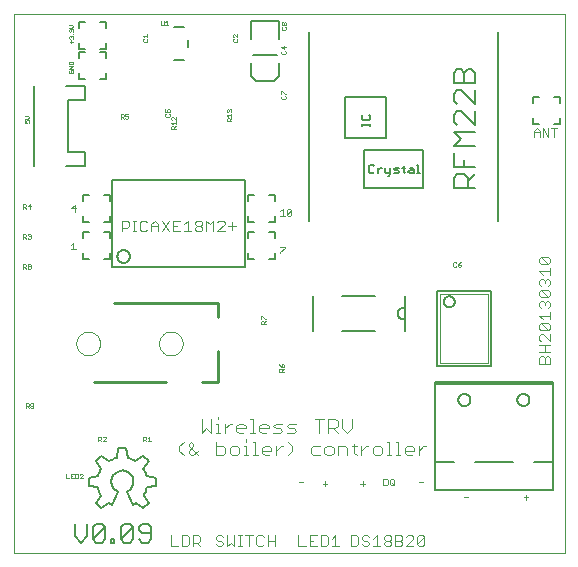
<source format=gto>
G75*
G70*
%OFA0B0*%
%FSLAX24Y24*%
%IPPOS*%
%LPD*%
%AMOC8*
5,1,8,0,0,1.08239X$1,22.5*
%
%ADD10C,0.0000*%
%ADD11C,0.0040*%
%ADD12C,0.0050*%
%ADD13C,0.0030*%
%ADD14C,0.0020*%
%ADD15C,0.0010*%
%ADD16C,0.0080*%
%ADD17C,0.0100*%
%ADD18C,0.0060*%
D10*
X000180Y000180D02*
X000180Y018176D01*
X018550Y018176D01*
X018550Y000180D01*
X000180Y000180D01*
X002264Y007180D02*
X002266Y007219D01*
X002272Y007258D01*
X002282Y007296D01*
X002295Y007333D01*
X002312Y007368D01*
X002332Y007402D01*
X002356Y007433D01*
X002383Y007462D01*
X002412Y007488D01*
X002444Y007511D01*
X002478Y007531D01*
X002514Y007547D01*
X002551Y007559D01*
X002590Y007568D01*
X002629Y007573D01*
X002668Y007574D01*
X002707Y007571D01*
X002746Y007564D01*
X002783Y007553D01*
X002820Y007539D01*
X002855Y007521D01*
X002888Y007500D01*
X002919Y007475D01*
X002947Y007448D01*
X002972Y007418D01*
X002994Y007385D01*
X003013Y007351D01*
X003028Y007315D01*
X003040Y007277D01*
X003048Y007239D01*
X003052Y007200D01*
X003052Y007160D01*
X003048Y007121D01*
X003040Y007083D01*
X003028Y007045D01*
X003013Y007009D01*
X002994Y006975D01*
X002972Y006942D01*
X002947Y006912D01*
X002919Y006885D01*
X002888Y006860D01*
X002855Y006839D01*
X002820Y006821D01*
X002783Y006807D01*
X002746Y006796D01*
X002707Y006789D01*
X002668Y006786D01*
X002629Y006787D01*
X002590Y006792D01*
X002551Y006801D01*
X002514Y006813D01*
X002478Y006829D01*
X002444Y006849D01*
X002412Y006872D01*
X002383Y006898D01*
X002356Y006927D01*
X002332Y006958D01*
X002312Y006992D01*
X002295Y007027D01*
X002282Y007064D01*
X002272Y007102D01*
X002266Y007141D01*
X002264Y007180D01*
X005020Y007180D02*
X005022Y007219D01*
X005028Y007258D01*
X005038Y007296D01*
X005051Y007333D01*
X005068Y007368D01*
X005088Y007402D01*
X005112Y007433D01*
X005139Y007462D01*
X005168Y007488D01*
X005200Y007511D01*
X005234Y007531D01*
X005270Y007547D01*
X005307Y007559D01*
X005346Y007568D01*
X005385Y007573D01*
X005424Y007574D01*
X005463Y007571D01*
X005502Y007564D01*
X005539Y007553D01*
X005576Y007539D01*
X005611Y007521D01*
X005644Y007500D01*
X005675Y007475D01*
X005703Y007448D01*
X005728Y007418D01*
X005750Y007385D01*
X005769Y007351D01*
X005784Y007315D01*
X005796Y007277D01*
X005804Y007239D01*
X005808Y007200D01*
X005808Y007160D01*
X005804Y007121D01*
X005796Y007083D01*
X005784Y007045D01*
X005769Y007009D01*
X005750Y006975D01*
X005728Y006942D01*
X005703Y006912D01*
X005675Y006885D01*
X005644Y006860D01*
X005611Y006839D01*
X005576Y006821D01*
X005539Y006807D01*
X005502Y006796D01*
X005463Y006789D01*
X005424Y006786D01*
X005385Y006787D01*
X005346Y006792D01*
X005307Y006801D01*
X005270Y006813D01*
X005234Y006829D01*
X005200Y006849D01*
X005168Y006872D01*
X005139Y006898D01*
X005112Y006927D01*
X005088Y006958D01*
X005068Y006992D01*
X005051Y007027D01*
X005038Y007064D01*
X005028Y007102D01*
X005022Y007141D01*
X005020Y007180D01*
D11*
X006450Y004660D02*
X006450Y004200D01*
X006603Y004353D01*
X006757Y004200D01*
X006757Y004660D01*
X006910Y004507D02*
X006987Y004507D01*
X006987Y004200D01*
X006910Y004200D02*
X007064Y004200D01*
X007217Y004200D02*
X007217Y004507D01*
X007217Y004353D02*
X007371Y004507D01*
X007448Y004507D01*
X007601Y004430D02*
X007601Y004277D01*
X007678Y004200D01*
X007831Y004200D01*
X007908Y004353D02*
X007601Y004353D01*
X007601Y004430D02*
X007678Y004507D01*
X007831Y004507D01*
X007908Y004430D01*
X007908Y004353D01*
X008061Y004200D02*
X008215Y004200D01*
X008138Y004200D02*
X008138Y004660D01*
X008061Y004660D01*
X008368Y004430D02*
X008368Y004277D01*
X008445Y004200D01*
X008598Y004200D01*
X008675Y004353D02*
X008368Y004353D01*
X008368Y004430D02*
X008445Y004507D01*
X008598Y004507D01*
X008675Y004430D01*
X008675Y004353D01*
X008829Y004430D02*
X008905Y004507D01*
X009136Y004507D01*
X009289Y004430D02*
X009366Y004353D01*
X009519Y004353D01*
X009596Y004277D01*
X009519Y004200D01*
X009289Y004200D01*
X009136Y004277D02*
X009059Y004353D01*
X008905Y004353D01*
X008829Y004430D01*
X008829Y004200D02*
X009059Y004200D01*
X009136Y004277D01*
X009289Y004430D02*
X009366Y004507D01*
X009596Y004507D01*
X009306Y003910D02*
X009460Y003757D01*
X009460Y003603D01*
X009306Y003450D01*
X009153Y003757D02*
X009076Y003757D01*
X008923Y003603D01*
X008923Y003450D02*
X008923Y003757D01*
X008769Y003680D02*
X008769Y003603D01*
X008462Y003603D01*
X008462Y003527D02*
X008462Y003680D01*
X008539Y003757D01*
X008693Y003757D01*
X008769Y003680D01*
X008693Y003450D02*
X008539Y003450D01*
X008462Y003527D01*
X008309Y003450D02*
X008155Y003450D01*
X008232Y003450D02*
X008232Y003910D01*
X008155Y003910D01*
X007925Y003910D02*
X007925Y003987D01*
X007925Y003757D02*
X007848Y003757D01*
X007925Y003757D02*
X007925Y003450D01*
X007848Y003450D02*
X008002Y003450D01*
X007695Y003527D02*
X007695Y003680D01*
X007618Y003757D01*
X007465Y003757D01*
X007388Y003680D01*
X007388Y003527D01*
X007465Y003450D01*
X007618Y003450D01*
X007695Y003527D01*
X007235Y003527D02*
X007235Y003680D01*
X007158Y003757D01*
X006928Y003757D01*
X006928Y003910D02*
X006928Y003450D01*
X007158Y003450D01*
X007235Y003527D01*
X006314Y003603D02*
X006160Y003450D01*
X006084Y003450D01*
X006007Y003527D01*
X006007Y003603D01*
X006160Y003757D01*
X006160Y003834D01*
X006084Y003910D01*
X006007Y003834D01*
X006007Y003757D01*
X006314Y003450D01*
X005853Y003450D02*
X005700Y003603D01*
X005700Y003757D01*
X005853Y003910D01*
X006987Y004660D02*
X006987Y004737D01*
X010074Y003680D02*
X010074Y003527D01*
X010150Y003450D01*
X010381Y003450D01*
X010534Y003527D02*
X010611Y003450D01*
X010764Y003450D01*
X010841Y003527D01*
X010841Y003680D01*
X010764Y003757D01*
X010611Y003757D01*
X010534Y003680D01*
X010534Y003527D01*
X010381Y003757D02*
X010150Y003757D01*
X010074Y003680D01*
X010363Y004200D02*
X010363Y004660D01*
X010210Y004660D02*
X010517Y004660D01*
X010670Y004660D02*
X010900Y004660D01*
X010977Y004584D01*
X010977Y004430D01*
X010900Y004353D01*
X010670Y004353D01*
X010670Y004200D02*
X010670Y004660D01*
X010824Y004353D02*
X010977Y004200D01*
X011131Y004353D02*
X011284Y004200D01*
X011438Y004353D01*
X011438Y004660D01*
X011131Y004660D02*
X011131Y004353D01*
X011225Y003757D02*
X010995Y003757D01*
X010995Y003450D01*
X011301Y003450D02*
X011301Y003680D01*
X011225Y003757D01*
X011455Y003757D02*
X011608Y003757D01*
X011532Y003834D02*
X011532Y003527D01*
X011608Y003450D01*
X011762Y003450D02*
X011762Y003757D01*
X011915Y003757D02*
X011762Y003603D01*
X011915Y003757D02*
X011992Y003757D01*
X012145Y003680D02*
X012145Y003527D01*
X012222Y003450D01*
X012376Y003450D01*
X012452Y003527D01*
X012452Y003680D01*
X012376Y003757D01*
X012222Y003757D01*
X012145Y003680D01*
X012606Y003450D02*
X012759Y003450D01*
X012683Y003450D02*
X012683Y003910D01*
X012606Y003910D01*
X012913Y003910D02*
X012990Y003910D01*
X012990Y003450D01*
X013066Y003450D02*
X012913Y003450D01*
X013220Y003527D02*
X013220Y003680D01*
X013296Y003757D01*
X013450Y003757D01*
X013527Y003680D01*
X013527Y003603D01*
X013220Y003603D01*
X013220Y003527D02*
X013296Y003450D01*
X013450Y003450D01*
X013680Y003450D02*
X013680Y003757D01*
X013680Y003603D02*
X013834Y003757D01*
X013910Y003757D01*
X013810Y000780D02*
X013690Y000780D01*
X013630Y000720D01*
X013630Y000480D01*
X013870Y000720D01*
X013870Y000480D01*
X013810Y000420D01*
X013690Y000420D01*
X013630Y000480D01*
X013502Y000420D02*
X013262Y000420D01*
X013502Y000660D01*
X013502Y000720D01*
X013442Y000780D01*
X013322Y000780D01*
X013262Y000720D01*
X013133Y000720D02*
X013073Y000780D01*
X012893Y000780D01*
X012893Y000420D01*
X013073Y000420D01*
X013133Y000480D01*
X013133Y000540D01*
X013073Y000600D01*
X012893Y000600D01*
X012765Y000540D02*
X012765Y000480D01*
X012705Y000420D01*
X012585Y000420D01*
X012525Y000480D01*
X012525Y000540D01*
X012585Y000600D01*
X012705Y000600D01*
X012765Y000540D01*
X012705Y000600D02*
X012765Y000660D01*
X012765Y000720D01*
X012705Y000780D01*
X012585Y000780D01*
X012525Y000720D01*
X012525Y000660D01*
X012585Y000600D01*
X012397Y000420D02*
X012157Y000420D01*
X012277Y000420D02*
X012277Y000780D01*
X012157Y000660D01*
X012029Y000720D02*
X011968Y000780D01*
X011848Y000780D01*
X011788Y000720D01*
X011788Y000660D01*
X011848Y000600D01*
X011968Y000600D01*
X012029Y000540D01*
X012029Y000480D01*
X011968Y000420D01*
X011848Y000420D01*
X011788Y000480D01*
X011660Y000480D02*
X011660Y000720D01*
X011600Y000780D01*
X011420Y000780D01*
X011420Y000420D01*
X011600Y000420D01*
X011660Y000480D01*
X011015Y000420D02*
X010775Y000420D01*
X010895Y000420D02*
X010895Y000780D01*
X010775Y000660D01*
X010647Y000720D02*
X010647Y000480D01*
X010587Y000420D01*
X010407Y000420D01*
X010407Y000780D01*
X010587Y000780D01*
X010647Y000720D01*
X010279Y000780D02*
X010038Y000780D01*
X010038Y000420D01*
X010279Y000420D01*
X010158Y000600D02*
X010038Y000600D01*
X009910Y000420D02*
X009670Y000420D01*
X009670Y000780D01*
X008879Y000780D02*
X008879Y000420D01*
X008879Y000600D02*
X008639Y000600D01*
X008511Y000480D02*
X008451Y000420D01*
X008331Y000420D01*
X008270Y000480D01*
X008270Y000720D01*
X008331Y000780D01*
X008451Y000780D01*
X008511Y000720D01*
X008639Y000780D02*
X008639Y000420D01*
X008142Y000780D02*
X007902Y000780D01*
X008022Y000780D02*
X008022Y000420D01*
X007777Y000420D02*
X007657Y000420D01*
X007717Y000420D02*
X007717Y000780D01*
X007657Y000780D02*
X007777Y000780D01*
X007529Y000780D02*
X007529Y000420D01*
X007408Y000540D01*
X007288Y000420D01*
X007288Y000780D01*
X007160Y000720D02*
X007100Y000780D01*
X006980Y000780D01*
X006920Y000720D01*
X006920Y000660D01*
X006980Y000600D01*
X007100Y000600D01*
X007160Y000540D01*
X007160Y000480D01*
X007100Y000420D01*
X006980Y000420D01*
X006920Y000480D01*
X006397Y000420D02*
X006277Y000540D01*
X006337Y000540D02*
X006157Y000540D01*
X006157Y000420D02*
X006157Y000780D01*
X006337Y000780D01*
X006397Y000720D01*
X006397Y000600D01*
X006337Y000540D01*
X006029Y000480D02*
X006029Y000720D01*
X005968Y000780D01*
X005788Y000780D01*
X005788Y000420D01*
X005968Y000420D01*
X006029Y000480D01*
X005660Y000420D02*
X005420Y000420D01*
X005420Y000780D01*
X013073Y000600D02*
X013133Y000660D01*
X013133Y000720D01*
X013810Y000780D02*
X013870Y000720D01*
X007452Y010975D02*
X007452Y011215D01*
X007332Y011095D02*
X007572Y011095D01*
X007204Y011155D02*
X007204Y011215D01*
X007144Y011275D01*
X007023Y011275D01*
X006963Y011215D01*
X006835Y011275D02*
X006835Y010915D01*
X006963Y010915D02*
X007204Y011155D01*
X007204Y010915D02*
X006963Y010915D01*
X006715Y011155D02*
X006835Y011275D01*
X006715Y011155D02*
X006595Y011275D01*
X006595Y010915D01*
X006467Y010975D02*
X006407Y010915D01*
X006287Y010915D01*
X006227Y010975D01*
X006227Y011035D01*
X006287Y011095D01*
X006407Y011095D01*
X006467Y011035D01*
X006467Y010975D01*
X006407Y011095D02*
X006467Y011155D01*
X006467Y011215D01*
X006407Y011275D01*
X006287Y011275D01*
X006227Y011215D01*
X006227Y011155D01*
X006287Y011095D01*
X006099Y010915D02*
X005858Y010915D01*
X005979Y010915D02*
X005979Y011275D01*
X005858Y011155D01*
X005730Y011275D02*
X005490Y011275D01*
X005490Y010915D01*
X005730Y010915D01*
X005610Y011095D02*
X005490Y011095D01*
X005362Y010915D02*
X005122Y011275D01*
X004994Y011155D02*
X004994Y010915D01*
X005122Y010915D02*
X005362Y011275D01*
X004994Y011155D02*
X004874Y011275D01*
X004753Y011155D01*
X004753Y010915D01*
X004625Y010975D02*
X004565Y010915D01*
X004445Y010915D01*
X004385Y010975D01*
X004385Y011215D01*
X004445Y011275D01*
X004565Y011275D01*
X004625Y011215D01*
X004753Y011095D02*
X004994Y011095D01*
X004260Y010915D02*
X004140Y010915D01*
X004200Y010915D02*
X004200Y011275D01*
X004140Y011275D02*
X004260Y011275D01*
X004012Y011215D02*
X004012Y011095D01*
X003951Y011035D01*
X003771Y011035D01*
X003771Y010915D02*
X003771Y011275D01*
X003951Y011275D01*
X004012Y011215D01*
D12*
X008155Y016780D02*
X008955Y016780D01*
X011787Y014750D02*
X011787Y014662D01*
X011832Y014617D01*
X012008Y014617D01*
X012053Y014662D01*
X012053Y014750D01*
X012008Y014794D01*
X011832Y014794D02*
X011787Y014750D01*
X011787Y014512D02*
X011787Y014424D01*
X011787Y014468D02*
X012053Y014468D01*
X012053Y014424D02*
X012053Y014512D01*
X012068Y013125D02*
X012024Y013081D01*
X012024Y012904D01*
X012068Y012860D01*
X012156Y012860D01*
X012201Y012904D01*
X012314Y012860D02*
X012314Y013037D01*
X012402Y013037D02*
X012447Y013037D01*
X012402Y013037D02*
X012314Y012949D01*
X012201Y013081D02*
X012156Y013125D01*
X012068Y013125D01*
X012556Y013037D02*
X012556Y012904D01*
X012600Y012860D01*
X012732Y012860D01*
X012732Y012816D02*
X012688Y012772D01*
X012644Y012772D01*
X012732Y012816D02*
X012732Y013037D01*
X012846Y012993D02*
X012890Y013037D01*
X013022Y013037D01*
X012978Y012949D02*
X012890Y012949D01*
X012846Y012993D01*
X012846Y012860D02*
X012978Y012860D01*
X013022Y012904D01*
X012978Y012949D01*
X013136Y013037D02*
X013224Y013037D01*
X013180Y013081D02*
X013180Y012904D01*
X013224Y012860D01*
X013329Y012904D02*
X013373Y012949D01*
X013506Y012949D01*
X013506Y012993D02*
X013506Y012860D01*
X013373Y012860D01*
X013329Y012904D01*
X013373Y013037D02*
X013462Y013037D01*
X013506Y012993D01*
X013619Y013125D02*
X013663Y013125D01*
X013663Y012860D01*
X013619Y012860D02*
X013707Y012860D01*
X004653Y001156D02*
X004449Y001156D01*
X004347Y001054D01*
X004347Y000952D01*
X004449Y000850D01*
X004754Y000850D01*
X004754Y000647D02*
X004754Y001054D01*
X004653Y001156D01*
X004147Y001054D02*
X004147Y000647D01*
X004045Y000545D01*
X003841Y000545D01*
X003740Y000647D01*
X004147Y001054D01*
X004045Y001156D01*
X003841Y001156D01*
X003740Y001054D01*
X003740Y000647D01*
X003537Y000647D02*
X003537Y000545D01*
X003436Y000545D01*
X003436Y000647D01*
X003537Y000647D01*
X003235Y000647D02*
X003133Y000545D01*
X002930Y000545D01*
X002828Y000647D01*
X003235Y001054D01*
X003235Y000647D01*
X003235Y001054D02*
X003133Y001156D01*
X002930Y001156D01*
X002828Y001054D01*
X002828Y000647D01*
X002627Y000749D02*
X002627Y001156D01*
X002220Y001156D02*
X002220Y000749D01*
X002424Y000545D01*
X002627Y000749D01*
X004347Y000647D02*
X004449Y000545D01*
X004653Y000545D01*
X004754Y000647D01*
D13*
X017695Y006512D02*
X017695Y006697D01*
X017756Y006759D01*
X017818Y006759D01*
X017880Y006697D01*
X017880Y006512D01*
X018065Y006512D02*
X018065Y006697D01*
X018003Y006759D01*
X017942Y006759D01*
X017880Y006697D01*
X017880Y006880D02*
X017880Y007127D01*
X017756Y007248D02*
X017695Y007310D01*
X017695Y007434D01*
X017756Y007495D01*
X017818Y007495D01*
X018065Y007248D01*
X018065Y007495D01*
X018003Y007617D02*
X017756Y007617D01*
X017695Y007679D01*
X017695Y007802D01*
X017756Y007864D01*
X018003Y007617D01*
X018065Y007679D01*
X018065Y007802D01*
X018003Y007864D01*
X017756Y007864D01*
X017818Y007985D02*
X017695Y008109D01*
X018065Y008109D01*
X018065Y008232D02*
X018065Y007985D01*
X018003Y008353D02*
X018065Y008415D01*
X018065Y008539D01*
X018003Y008600D01*
X017942Y008600D01*
X017880Y008539D01*
X017880Y008477D01*
X017880Y008539D02*
X017818Y008600D01*
X017756Y008600D01*
X017695Y008539D01*
X017695Y008415D01*
X017756Y008353D01*
X017756Y008722D02*
X017695Y008783D01*
X017695Y008907D01*
X017756Y008969D01*
X018003Y008722D01*
X018065Y008783D01*
X018065Y008907D01*
X018003Y008969D01*
X017756Y008969D01*
X017756Y009090D02*
X017695Y009152D01*
X017695Y009275D01*
X017756Y009337D01*
X017818Y009337D01*
X017880Y009275D01*
X017942Y009337D01*
X018003Y009337D01*
X018065Y009275D01*
X018065Y009152D01*
X018003Y009090D01*
X017880Y009213D02*
X017880Y009275D01*
X017818Y009458D02*
X017695Y009582D01*
X018065Y009582D01*
X018065Y009705D02*
X018065Y009458D01*
X018003Y009827D02*
X017756Y009827D01*
X017695Y009888D01*
X017695Y010012D01*
X017756Y010074D01*
X018003Y009827D01*
X018065Y009888D01*
X018065Y010012D01*
X018003Y010074D01*
X017756Y010074D01*
X017756Y008722D02*
X018003Y008722D01*
X018065Y007127D02*
X017695Y007127D01*
X017695Y006880D02*
X018065Y006880D01*
X018065Y006512D02*
X017695Y006512D01*
X017705Y014075D02*
X017705Y014268D01*
X017608Y014365D01*
X017511Y014268D01*
X017511Y014075D01*
X017511Y014220D02*
X017705Y014220D01*
X017806Y014075D02*
X017806Y014365D01*
X017999Y014075D01*
X017999Y014365D01*
X018100Y014365D02*
X018294Y014365D01*
X018197Y014365D02*
X018197Y014075D01*
D14*
X015989Y008836D02*
X014371Y008836D01*
X014371Y006524D01*
X015989Y006524D01*
X015989Y008836D01*
X012829Y002670D02*
X012756Y002670D01*
X012719Y002633D01*
X012719Y002487D01*
X012756Y002450D01*
X012829Y002450D01*
X012866Y002487D01*
X012866Y002633D01*
X012829Y002670D01*
X012792Y002523D02*
X012866Y002450D01*
X012645Y002487D02*
X012645Y002633D01*
X012608Y002670D01*
X012498Y002670D01*
X012498Y002450D01*
X012608Y002450D01*
X012645Y002487D01*
X011883Y002513D02*
X011737Y002513D01*
X011810Y002440D02*
X011810Y002587D01*
X010633Y002513D02*
X010487Y002513D01*
X010560Y002440D02*
X010560Y002587D01*
X009837Y002550D02*
X009690Y002550D01*
X013690Y002550D02*
X013837Y002550D01*
X015190Y002050D02*
X015337Y002050D01*
X017190Y002050D02*
X017337Y002050D01*
X017263Y002123D02*
X017263Y001977D01*
X009065Y010190D02*
X009065Y010227D01*
X009212Y010373D01*
X009212Y010410D01*
X009065Y010410D01*
X009065Y011440D02*
X009212Y011440D01*
X009138Y011440D02*
X009138Y011660D01*
X009065Y011587D01*
X009286Y011623D02*
X009286Y011477D01*
X009433Y011623D01*
X009433Y011477D01*
X009396Y011440D01*
X009323Y011440D01*
X009286Y011477D01*
X009286Y011623D02*
X009323Y011660D01*
X009396Y011660D01*
X009433Y011623D01*
X002241Y011685D02*
X002094Y011685D01*
X002204Y011795D01*
X002204Y011575D01*
X002167Y010545D02*
X002167Y010325D01*
X002094Y010325D02*
X002241Y010325D01*
X002094Y010472D02*
X002167Y010545D01*
X002147Y016190D02*
X002053Y016190D01*
X002030Y016213D01*
X002030Y016260D01*
X002053Y016283D01*
X002100Y016283D02*
X002100Y016237D01*
X002100Y016283D02*
X002147Y016283D01*
X002170Y016260D01*
X002170Y016213D01*
X002147Y016190D01*
X002170Y016337D02*
X002030Y016337D01*
X002170Y016431D01*
X002030Y016431D01*
X002030Y016485D02*
X002030Y016555D01*
X002053Y016578D01*
X002147Y016578D01*
X002170Y016555D01*
X002170Y016485D01*
X002030Y016485D01*
X002100Y017190D02*
X002100Y017283D01*
X002053Y017237D02*
X002147Y017237D01*
X002147Y017337D02*
X002170Y017361D01*
X002170Y017407D01*
X002147Y017431D01*
X002123Y017431D01*
X002100Y017407D01*
X002100Y017384D01*
X002100Y017407D02*
X002077Y017431D01*
X002053Y017431D01*
X002030Y017407D01*
X002030Y017361D01*
X002053Y017337D01*
X002147Y017485D02*
X002147Y017508D01*
X002170Y017508D01*
X002170Y017485D01*
X002147Y017485D01*
X002147Y017558D02*
X002170Y017582D01*
X002170Y017628D01*
X002147Y017652D01*
X002123Y017652D01*
X002100Y017628D01*
X002100Y017605D01*
X002100Y017628D02*
X002077Y017652D01*
X002053Y017652D01*
X002030Y017628D01*
X002030Y017582D01*
X002053Y017558D01*
X002030Y017706D02*
X002123Y017706D01*
X002170Y017752D01*
X002123Y017799D01*
X002030Y017799D01*
D15*
X004485Y017438D02*
X004635Y017438D01*
X004635Y017388D02*
X004635Y017488D01*
X004535Y017388D02*
X004485Y017438D01*
X004510Y017340D02*
X004485Y017315D01*
X004485Y017265D01*
X004510Y017240D01*
X004610Y017240D01*
X004635Y017265D01*
X004635Y017315D01*
X004610Y017340D01*
X005085Y017810D02*
X005110Y017785D01*
X005160Y017785D01*
X005185Y017810D01*
X005185Y017935D01*
X005232Y017885D02*
X005282Y017935D01*
X005282Y017785D01*
X005232Y017785D02*
X005332Y017785D01*
X005085Y017810D02*
X005085Y017935D01*
X007485Y017463D02*
X007485Y017413D01*
X007510Y017388D01*
X007510Y017340D02*
X007485Y017315D01*
X007485Y017265D01*
X007510Y017240D01*
X007610Y017240D01*
X007635Y017265D01*
X007635Y017315D01*
X007610Y017340D01*
X007635Y017388D02*
X007535Y017488D01*
X007510Y017488D01*
X007485Y017463D01*
X007635Y017488D02*
X007635Y017388D01*
X009104Y017665D02*
X009129Y017640D01*
X009229Y017640D01*
X009254Y017665D01*
X009254Y017715D01*
X009229Y017740D01*
X009229Y017788D02*
X009204Y017788D01*
X009179Y017813D01*
X009179Y017863D01*
X009204Y017888D01*
X009229Y017888D01*
X009254Y017863D01*
X009254Y017813D01*
X009229Y017788D01*
X009179Y017813D02*
X009154Y017788D01*
X009129Y017788D01*
X009104Y017813D01*
X009104Y017863D01*
X009129Y017888D01*
X009154Y017888D01*
X009179Y017863D01*
X009129Y017740D02*
X009104Y017715D01*
X009104Y017665D01*
X009175Y017082D02*
X009175Y016982D01*
X009100Y017057D01*
X009250Y017057D01*
X009225Y016935D02*
X009250Y016910D01*
X009250Y016860D01*
X009225Y016835D01*
X009125Y016835D01*
X009100Y016860D01*
X009100Y016910D01*
X009125Y016935D01*
X009125Y015582D02*
X009225Y015482D01*
X009250Y015482D01*
X009225Y015435D02*
X009250Y015410D01*
X009250Y015360D01*
X009225Y015335D01*
X009125Y015335D01*
X009100Y015360D01*
X009100Y015410D01*
X009125Y015435D01*
X009100Y015482D02*
X009100Y015582D01*
X009125Y015582D01*
X007435Y014963D02*
X007435Y014913D01*
X007410Y014888D01*
X007435Y014840D02*
X007435Y014740D01*
X007435Y014693D02*
X007385Y014643D01*
X007385Y014668D02*
X007385Y014593D01*
X007435Y014593D02*
X007285Y014593D01*
X007285Y014668D01*
X007310Y014693D01*
X007360Y014693D01*
X007385Y014668D01*
X007335Y014740D02*
X007285Y014790D01*
X007435Y014790D01*
X007310Y014888D02*
X007285Y014913D01*
X007285Y014963D01*
X007310Y014988D01*
X007335Y014988D01*
X007360Y014963D01*
X007385Y014988D01*
X007410Y014988D01*
X007435Y014963D01*
X007360Y014963D02*
X007360Y014938D01*
X005575Y014730D02*
X005575Y014630D01*
X005475Y014730D01*
X005450Y014730D01*
X005425Y014705D01*
X005425Y014655D01*
X005450Y014630D01*
X005425Y014532D02*
X005575Y014532D01*
X005575Y014482D02*
X005575Y014582D01*
X005475Y014482D02*
X005425Y014532D01*
X005450Y014435D02*
X005500Y014435D01*
X005525Y014410D01*
X005525Y014335D01*
X005575Y014335D02*
X005425Y014335D01*
X005425Y014410D01*
X005450Y014435D01*
X005525Y014385D02*
X005575Y014435D01*
X005360Y014740D02*
X005260Y014740D01*
X005235Y014765D01*
X005235Y014815D01*
X005260Y014840D01*
X005235Y014888D02*
X005310Y014888D01*
X005285Y014938D01*
X005285Y014963D01*
X005310Y014988D01*
X005360Y014988D01*
X005385Y014963D01*
X005385Y014913D01*
X005360Y014888D01*
X005360Y014840D02*
X005385Y014815D01*
X005385Y014765D01*
X005360Y014740D01*
X005235Y014888D02*
X005235Y014988D01*
X003988Y014825D02*
X003888Y014825D01*
X003888Y014750D01*
X003938Y014775D01*
X003963Y014775D01*
X003988Y014750D01*
X003988Y014700D01*
X003963Y014675D01*
X003913Y014675D01*
X003888Y014700D01*
X003840Y014675D02*
X003790Y014725D01*
X003815Y014725D02*
X003740Y014725D01*
X003740Y014675D02*
X003740Y014825D01*
X003815Y014825D01*
X003840Y014800D01*
X003840Y014750D01*
X003815Y014725D01*
X000697Y014718D02*
X000647Y014668D01*
X000547Y014668D01*
X000547Y014620D02*
X000547Y014520D01*
X000622Y014520D01*
X000597Y014570D01*
X000597Y014595D01*
X000622Y014620D01*
X000672Y014620D01*
X000697Y014595D01*
X000697Y014545D01*
X000672Y014520D01*
X000697Y014718D02*
X000647Y014768D01*
X000547Y014768D01*
X000565Y011825D02*
X000590Y011800D01*
X000590Y011750D01*
X000565Y011725D01*
X000490Y011725D01*
X000490Y011675D02*
X000490Y011825D01*
X000565Y011825D01*
X000540Y011725D02*
X000590Y011675D01*
X000638Y011750D02*
X000738Y011750D01*
X000713Y011675D02*
X000713Y011825D01*
X000638Y011750D01*
X000663Y010825D02*
X000713Y010825D01*
X000738Y010800D01*
X000738Y010775D01*
X000713Y010750D01*
X000738Y010725D01*
X000738Y010700D01*
X000713Y010675D01*
X000663Y010675D01*
X000638Y010700D01*
X000590Y010675D02*
X000540Y010725D01*
X000565Y010725D02*
X000490Y010725D01*
X000490Y010675D02*
X000490Y010825D01*
X000565Y010825D01*
X000590Y010800D01*
X000590Y010750D01*
X000565Y010725D01*
X000638Y010800D02*
X000663Y010825D01*
X000688Y010750D02*
X000713Y010750D01*
X000713Y009825D02*
X000738Y009800D01*
X000738Y009775D01*
X000713Y009750D01*
X000663Y009750D01*
X000638Y009775D01*
X000638Y009800D01*
X000663Y009825D01*
X000713Y009825D01*
X000713Y009750D02*
X000738Y009725D01*
X000738Y009700D01*
X000713Y009675D01*
X000663Y009675D01*
X000638Y009700D01*
X000638Y009725D01*
X000663Y009750D01*
X000590Y009750D02*
X000565Y009725D01*
X000490Y009725D01*
X000490Y009675D02*
X000490Y009825D01*
X000565Y009825D01*
X000590Y009800D01*
X000590Y009750D01*
X000540Y009725D02*
X000590Y009675D01*
X000585Y005185D02*
X000660Y005185D01*
X000685Y005160D01*
X000685Y005110D01*
X000660Y005085D01*
X000585Y005085D01*
X000585Y005035D02*
X000585Y005185D01*
X000635Y005085D02*
X000685Y005035D01*
X000732Y005060D02*
X000757Y005035D01*
X000807Y005035D01*
X000832Y005060D01*
X000832Y005160D01*
X000807Y005185D01*
X000757Y005185D01*
X000732Y005160D01*
X000732Y005135D01*
X000757Y005110D01*
X000832Y005110D01*
X002990Y004075D02*
X002990Y003925D01*
X002990Y003975D02*
X003065Y003975D01*
X003090Y004000D01*
X003090Y004050D01*
X003065Y004075D01*
X002990Y004075D01*
X003040Y003975D02*
X003090Y003925D01*
X003138Y003925D02*
X003238Y004025D01*
X003238Y004050D01*
X003213Y004075D01*
X003163Y004075D01*
X003138Y004050D01*
X003138Y003925D02*
X003238Y003925D01*
X004490Y003925D02*
X004490Y004075D01*
X004565Y004075D01*
X004590Y004050D01*
X004590Y004000D01*
X004565Y003975D01*
X004490Y003975D01*
X004540Y003975D02*
X004590Y003925D01*
X004638Y003925D02*
X004738Y003925D01*
X004688Y003925D02*
X004688Y004075D01*
X004638Y004025D01*
X002477Y002810D02*
X002452Y002835D01*
X002402Y002835D01*
X002377Y002810D01*
X002330Y002810D02*
X002305Y002835D01*
X002230Y002835D01*
X002230Y002685D01*
X002305Y002685D01*
X002330Y002710D01*
X002330Y002810D01*
X002377Y002685D02*
X002477Y002785D01*
X002477Y002810D01*
X002477Y002685D02*
X002377Y002685D01*
X002182Y002685D02*
X002082Y002685D01*
X002082Y002835D01*
X002182Y002835D01*
X002132Y002760D02*
X002082Y002760D01*
X002035Y002685D02*
X001935Y002685D01*
X001935Y002835D01*
X008425Y007835D02*
X008425Y007910D01*
X008450Y007935D01*
X008500Y007935D01*
X008525Y007910D01*
X008525Y007835D01*
X008575Y007835D02*
X008425Y007835D01*
X008525Y007885D02*
X008575Y007935D01*
X008575Y007982D02*
X008550Y007982D01*
X008450Y008082D01*
X008425Y008082D01*
X008425Y007982D01*
X009035Y006488D02*
X009060Y006438D01*
X009110Y006388D01*
X009110Y006463D01*
X009135Y006488D01*
X009160Y006488D01*
X009185Y006463D01*
X009185Y006413D01*
X009160Y006388D01*
X009110Y006388D01*
X009110Y006340D02*
X009135Y006315D01*
X009135Y006240D01*
X009185Y006240D02*
X009035Y006240D01*
X009035Y006315D01*
X009060Y006340D01*
X009110Y006340D01*
X009135Y006290D02*
X009185Y006340D01*
X014835Y009760D02*
X014860Y009735D01*
X014910Y009735D01*
X014935Y009760D01*
X014982Y009760D02*
X015007Y009735D01*
X015057Y009735D01*
X015082Y009760D01*
X015082Y009785D01*
X015057Y009810D01*
X014982Y009810D01*
X014982Y009760D01*
X014982Y009810D02*
X015032Y009860D01*
X015082Y009885D01*
X014935Y009860D02*
X014910Y009885D01*
X014860Y009885D01*
X014835Y009860D01*
X014835Y009760D01*
D16*
X013215Y008771D02*
X013215Y007589D01*
X013176Y007983D02*
X013149Y007985D01*
X013123Y007990D01*
X013098Y007999D01*
X013074Y008012D01*
X013052Y008027D01*
X013032Y008046D01*
X013015Y008066D01*
X013001Y008089D01*
X012990Y008114D01*
X012983Y008140D01*
X012979Y008167D01*
X012979Y008193D01*
X012983Y008220D01*
X012990Y008246D01*
X013001Y008271D01*
X013015Y008294D01*
X013032Y008314D01*
X013052Y008333D01*
X013074Y008348D01*
X013098Y008361D01*
X013123Y008370D01*
X013149Y008375D01*
X013176Y008377D01*
X012231Y008771D02*
X011129Y008771D01*
X010145Y008771D02*
X010145Y007589D01*
X011129Y007589D02*
X012231Y007589D01*
X010030Y011260D02*
X010030Y017560D01*
X009027Y017324D02*
X009027Y017914D01*
X008083Y017914D01*
X008083Y017324D01*
X008083Y016536D02*
X008083Y016103D01*
X008240Y015946D01*
X008870Y015946D01*
X009027Y016103D01*
X009027Y016536D01*
X011211Y015394D02*
X012589Y015394D01*
X012589Y014016D01*
X011211Y014016D01*
X011211Y015394D01*
X011861Y013623D02*
X011861Y012363D01*
X013830Y012363D01*
X013830Y013623D01*
X011861Y013623D01*
X016330Y011260D02*
X016330Y017560D01*
X005999Y017286D02*
X005999Y017074D01*
X005849Y016620D02*
X005511Y016620D01*
X005511Y017740D02*
X005849Y017740D01*
X002552Y015769D02*
X002552Y015296D01*
X002001Y015296D01*
X002001Y013564D01*
X002552Y013564D01*
X002552Y013091D01*
X001922Y013091D01*
X000859Y013091D02*
X000859Y015769D01*
X001922Y015769D02*
X002552Y015769D01*
D17*
X003520Y008530D02*
X006980Y008530D01*
X006980Y008050D01*
X007000Y006930D02*
X007000Y005880D01*
X006460Y005880D01*
X005270Y005900D02*
X002850Y005900D01*
D18*
X003660Y003680D02*
X003930Y003680D01*
X003980Y003360D01*
X004230Y003260D02*
X004490Y003440D01*
X004680Y003260D01*
X004500Y003000D01*
X004610Y002750D02*
X004910Y002690D01*
X004910Y002430D01*
X004610Y002380D01*
X004510Y002110D02*
X004680Y001870D01*
X004490Y001680D01*
X004250Y001850D01*
X004150Y001790D01*
X003960Y002240D01*
X004510Y002110D02*
X004533Y002151D01*
X004554Y002194D01*
X004572Y002239D01*
X004587Y002284D01*
X004600Y002330D01*
X004610Y002377D01*
X004609Y002750D02*
X004594Y002802D01*
X004575Y002853D01*
X004553Y002903D01*
X004528Y002951D01*
X004499Y002998D01*
X003960Y002250D02*
X003993Y002268D01*
X004023Y002289D01*
X004052Y002313D01*
X004078Y002340D01*
X004100Y002369D01*
X004120Y002401D01*
X004137Y002434D01*
X004150Y002469D01*
X004159Y002505D01*
X004165Y002542D01*
X004167Y002579D01*
X004165Y002616D01*
X004160Y002653D01*
X004150Y002689D01*
X004138Y002724D01*
X004121Y002758D01*
X004102Y002789D01*
X004079Y002819D01*
X004053Y002846D01*
X004025Y002870D01*
X003994Y002891D01*
X003962Y002909D01*
X003928Y002924D01*
X003892Y002935D01*
X003856Y002943D01*
X003819Y002947D01*
X003781Y002947D01*
X003744Y002943D01*
X003708Y002935D01*
X003672Y002924D01*
X003638Y002909D01*
X003606Y002891D01*
X003575Y002870D01*
X003547Y002846D01*
X003521Y002819D01*
X003498Y002789D01*
X003479Y002758D01*
X003462Y002724D01*
X003450Y002689D01*
X003440Y002653D01*
X003435Y002616D01*
X003433Y002579D01*
X003435Y002542D01*
X003441Y002505D01*
X003450Y002469D01*
X003463Y002434D01*
X003480Y002401D01*
X003500Y002369D01*
X003522Y002340D01*
X003548Y002313D01*
X003577Y002289D01*
X003607Y002268D01*
X003640Y002250D01*
X003640Y002240D02*
X003440Y001790D01*
X003340Y001850D01*
X003100Y001680D01*
X002920Y001870D01*
X003080Y002110D01*
X002980Y002380D02*
X002680Y002430D01*
X002680Y002690D01*
X002980Y002750D01*
X003090Y003000D02*
X002910Y003260D01*
X003100Y003440D01*
X003360Y003260D01*
X003610Y003360D02*
X003660Y003680D01*
X003602Y003360D02*
X003552Y003347D01*
X003503Y003330D01*
X003455Y003311D01*
X003408Y003288D01*
X003363Y003263D01*
X003091Y002995D02*
X003064Y002948D01*
X003040Y002901D01*
X003019Y002852D01*
X003001Y002801D01*
X002987Y002750D01*
X002981Y002379D02*
X002994Y002323D01*
X003011Y002268D01*
X003032Y002215D01*
X003056Y002163D01*
X003084Y002113D01*
X003985Y003362D02*
X004037Y003348D01*
X004088Y003331D01*
X004138Y003311D01*
X004187Y003288D01*
X004234Y003261D01*
X003450Y009725D02*
X003450Y012625D01*
X007900Y012625D01*
X007900Y009725D01*
X003450Y009725D01*
X003380Y009980D02*
X003180Y009980D01*
X003380Y009980D02*
X003380Y010180D01*
X003630Y010085D02*
X003632Y010114D01*
X003638Y010142D01*
X003647Y010169D01*
X003661Y010194D01*
X003677Y010218D01*
X003697Y010238D01*
X003719Y010257D01*
X003743Y010271D01*
X003770Y010283D01*
X003797Y010291D01*
X003826Y010295D01*
X003854Y010295D01*
X003883Y010291D01*
X003910Y010283D01*
X003937Y010271D01*
X003961Y010257D01*
X003983Y010238D01*
X004003Y010218D01*
X004019Y010194D01*
X004033Y010169D01*
X004042Y010142D01*
X004048Y010114D01*
X004050Y010085D01*
X004048Y010056D01*
X004042Y010028D01*
X004033Y010001D01*
X004019Y009976D01*
X004003Y009952D01*
X003983Y009932D01*
X003961Y009913D01*
X003937Y009899D01*
X003910Y009887D01*
X003883Y009879D01*
X003854Y009875D01*
X003826Y009875D01*
X003797Y009879D01*
X003770Y009887D01*
X003743Y009899D01*
X003719Y009913D01*
X003697Y009932D01*
X003677Y009952D01*
X003661Y009976D01*
X003647Y010001D01*
X003638Y010028D01*
X003632Y010056D01*
X003630Y010085D01*
X003380Y010680D02*
X003380Y010880D01*
X003180Y010880D01*
X003180Y011230D02*
X003380Y011230D01*
X003380Y011430D01*
X003380Y011930D02*
X003380Y012130D01*
X003180Y012130D01*
X002680Y012130D02*
X002480Y012130D01*
X002480Y011930D01*
X002480Y011430D02*
X002480Y011230D01*
X002680Y011230D01*
X002680Y010880D02*
X002480Y010880D01*
X002480Y010680D01*
X002480Y010180D02*
X002480Y009980D01*
X002680Y009980D01*
X007980Y009980D02*
X008180Y009980D01*
X007980Y009980D02*
X007980Y010180D01*
X007980Y010680D02*
X007980Y010880D01*
X008180Y010880D01*
X008180Y011230D02*
X007980Y011230D01*
X007980Y011430D01*
X007980Y011930D02*
X007980Y012130D01*
X008180Y012130D01*
X008680Y012130D02*
X008880Y012130D01*
X008880Y011930D01*
X008880Y011430D02*
X008880Y011230D01*
X008680Y011230D01*
X008680Y010880D02*
X008880Y010880D01*
X008880Y010680D01*
X008880Y010180D02*
X008880Y009980D01*
X008680Y009980D01*
X014281Y008926D02*
X014281Y006434D01*
X016079Y006434D01*
X016079Y008926D01*
X014281Y008926D01*
X014520Y008576D02*
X014522Y008602D01*
X014528Y008628D01*
X014537Y008652D01*
X014550Y008675D01*
X014566Y008696D01*
X014585Y008714D01*
X014606Y008730D01*
X014630Y008742D01*
X014654Y008750D01*
X014680Y008755D01*
X014707Y008756D01*
X014733Y008753D01*
X014758Y008746D01*
X014782Y008736D01*
X014805Y008722D01*
X014825Y008706D01*
X014842Y008686D01*
X014857Y008664D01*
X014868Y008640D01*
X014876Y008615D01*
X014880Y008589D01*
X014880Y008563D01*
X014876Y008537D01*
X014868Y008512D01*
X014857Y008488D01*
X014842Y008466D01*
X014825Y008446D01*
X014805Y008430D01*
X014782Y008416D01*
X014758Y008406D01*
X014733Y008399D01*
X014707Y008396D01*
X014680Y008397D01*
X014654Y008402D01*
X014630Y008410D01*
X014606Y008422D01*
X014585Y008438D01*
X014566Y008456D01*
X014550Y008477D01*
X014537Y008500D01*
X014528Y008524D01*
X014522Y008550D01*
X014520Y008576D01*
X014216Y005900D02*
X014216Y005820D01*
X018146Y005820D01*
X018146Y003220D01*
X018146Y002280D01*
X014216Y002280D01*
X014216Y003220D01*
X014216Y005820D01*
X014216Y005900D02*
X018146Y005900D01*
X018146Y005820D01*
X016966Y005300D02*
X016968Y005328D01*
X016974Y005355D01*
X016983Y005381D01*
X016996Y005406D01*
X017013Y005429D01*
X017032Y005449D01*
X017054Y005466D01*
X017078Y005480D01*
X017104Y005490D01*
X017131Y005497D01*
X017159Y005500D01*
X017187Y005499D01*
X017214Y005494D01*
X017241Y005485D01*
X017266Y005473D01*
X017289Y005458D01*
X017310Y005439D01*
X017328Y005418D01*
X017343Y005394D01*
X017354Y005368D01*
X017362Y005342D01*
X017366Y005314D01*
X017366Y005286D01*
X017362Y005258D01*
X017354Y005232D01*
X017343Y005206D01*
X017328Y005182D01*
X017310Y005161D01*
X017289Y005142D01*
X017266Y005127D01*
X017241Y005115D01*
X017214Y005106D01*
X017187Y005101D01*
X017159Y005100D01*
X017131Y005103D01*
X017104Y005110D01*
X017078Y005120D01*
X017054Y005134D01*
X017032Y005151D01*
X017013Y005171D01*
X016996Y005194D01*
X016983Y005219D01*
X016974Y005245D01*
X016968Y005272D01*
X016966Y005300D01*
X014996Y005300D02*
X014998Y005328D01*
X015004Y005355D01*
X015013Y005381D01*
X015026Y005406D01*
X015043Y005429D01*
X015062Y005449D01*
X015084Y005466D01*
X015108Y005480D01*
X015134Y005490D01*
X015161Y005497D01*
X015189Y005500D01*
X015217Y005499D01*
X015244Y005494D01*
X015271Y005485D01*
X015296Y005473D01*
X015319Y005458D01*
X015340Y005439D01*
X015358Y005418D01*
X015373Y005394D01*
X015384Y005368D01*
X015392Y005342D01*
X015396Y005314D01*
X015396Y005286D01*
X015392Y005258D01*
X015384Y005232D01*
X015373Y005206D01*
X015358Y005182D01*
X015340Y005161D01*
X015319Y005142D01*
X015296Y005127D01*
X015271Y005115D01*
X015244Y005106D01*
X015217Y005101D01*
X015189Y005100D01*
X015161Y005103D01*
X015134Y005110D01*
X015108Y005120D01*
X015084Y005134D01*
X015062Y005151D01*
X015043Y005171D01*
X015026Y005194D01*
X015013Y005219D01*
X015004Y005245D01*
X014998Y005272D01*
X014996Y005300D01*
X014846Y003220D02*
X014216Y003220D01*
X015546Y003220D02*
X016816Y003220D01*
X017516Y003220D02*
X018146Y003220D01*
X015548Y012353D02*
X014847Y012353D01*
X014847Y012704D01*
X014964Y012820D01*
X015197Y012820D01*
X015314Y012704D01*
X015314Y012353D01*
X015314Y012587D02*
X015548Y012820D01*
X015548Y013053D02*
X014847Y013053D01*
X014847Y013520D01*
X014847Y013753D02*
X015081Y013987D01*
X014847Y014220D01*
X015548Y014220D01*
X015548Y014453D02*
X015081Y014920D01*
X014964Y014920D01*
X014847Y014803D01*
X014847Y014570D01*
X014964Y014453D01*
X015548Y014453D02*
X015548Y014920D01*
X015548Y015153D02*
X015081Y015620D01*
X014964Y015620D01*
X014847Y015503D01*
X014847Y015269D01*
X014964Y015153D01*
X015548Y015153D02*
X015548Y015620D01*
X015548Y015852D02*
X015548Y016203D01*
X015431Y016319D01*
X015314Y016319D01*
X015197Y016203D01*
X015197Y015852D01*
X014847Y015852D02*
X014847Y016203D01*
X014964Y016319D01*
X015081Y016319D01*
X015197Y016203D01*
X014847Y015852D02*
X015548Y015852D01*
X017480Y015380D02*
X017480Y015180D01*
X017480Y015380D02*
X017680Y015380D01*
X018180Y015380D02*
X018380Y015380D01*
X018380Y015180D01*
X018380Y014680D02*
X018380Y014480D01*
X018180Y014480D01*
X017680Y014480D02*
X017480Y014480D01*
X017480Y014680D01*
X015548Y013753D02*
X014847Y013753D01*
X015197Y013287D02*
X015197Y013053D01*
X003255Y015980D02*
X003055Y015980D01*
X003255Y015980D02*
X003255Y016180D01*
X003255Y016680D02*
X003255Y016880D01*
X003055Y016880D01*
X003055Y016980D02*
X003255Y016980D01*
X003255Y017180D01*
X003255Y017680D02*
X003255Y017880D01*
X003055Y017880D01*
X002555Y017880D02*
X002355Y017880D01*
X002355Y017680D01*
X002355Y017180D02*
X002355Y016980D01*
X002555Y016980D01*
X002555Y016880D02*
X002355Y016880D01*
X002355Y016680D01*
X002355Y016180D02*
X002355Y015980D01*
X002555Y015980D01*
M02*

</source>
